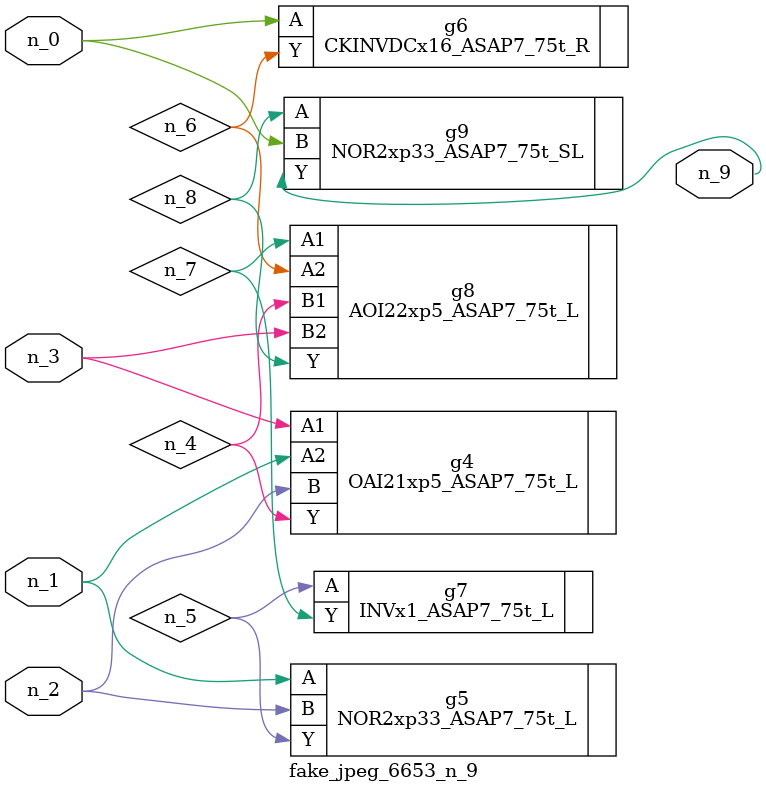
<source format=v>
module fake_jpeg_6653_n_9 (n_0, n_3, n_2, n_1, n_9);

input n_0;
input n_3;
input n_2;
input n_1;

output n_9;

wire n_4;
wire n_8;
wire n_6;
wire n_5;
wire n_7;

OAI21xp5_ASAP7_75t_L g4 ( 
.A1(n_3),
.A2(n_1),
.B(n_2),
.Y(n_4)
);

NOR2xp33_ASAP7_75t_L g5 ( 
.A(n_1),
.B(n_2),
.Y(n_5)
);

CKINVDCx16_ASAP7_75t_R g6 ( 
.A(n_0),
.Y(n_6)
);

INVx1_ASAP7_75t_L g7 ( 
.A(n_5),
.Y(n_7)
);

AOI22xp5_ASAP7_75t_L g8 ( 
.A1(n_7),
.A2(n_6),
.B1(n_4),
.B2(n_3),
.Y(n_8)
);

NOR2xp33_ASAP7_75t_SL g9 ( 
.A(n_8),
.B(n_0),
.Y(n_9)
);


endmodule
</source>
